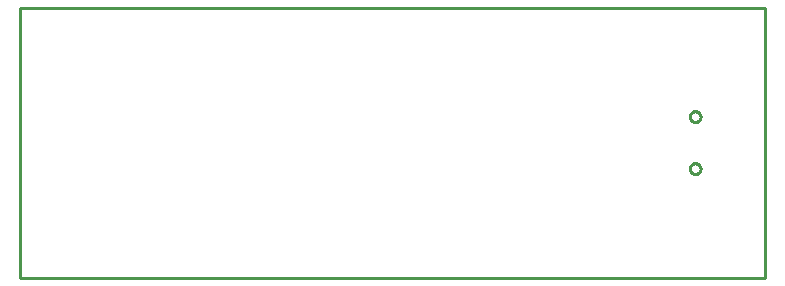
<source format=gbr>
G04 EAGLE Gerber RS-274X export*
G75*
%MOMM*%
%FSLAX34Y34*%
%LPD*%
%IN*%
%IPPOS*%
%AMOC8*
5,1,8,0,0,1.08239X$1,22.5*%
G01*
%ADD10C,0.254000*%


D10*
X0Y0D02*
X630430Y0D01*
X630430Y228500D01*
X0Y228500D01*
X0Y0D01*
X567000Y92595D02*
X567077Y93180D01*
X567230Y93750D01*
X567455Y94295D01*
X567750Y94805D01*
X568109Y95273D01*
X568527Y95691D01*
X568995Y96050D01*
X569505Y96345D01*
X570050Y96570D01*
X570620Y96723D01*
X571205Y96800D01*
X571795Y96800D01*
X572380Y96723D01*
X572950Y96570D01*
X573495Y96345D01*
X574005Y96050D01*
X574473Y95691D01*
X574891Y95273D01*
X575250Y94805D01*
X575545Y94295D01*
X575770Y93750D01*
X575923Y93180D01*
X576000Y92595D01*
X576000Y92005D01*
X575923Y91420D01*
X575770Y90850D01*
X575545Y90305D01*
X575250Y89795D01*
X574891Y89327D01*
X574473Y88909D01*
X574005Y88550D01*
X573495Y88255D01*
X572950Y88030D01*
X572380Y87877D01*
X571795Y87800D01*
X571205Y87800D01*
X570620Y87877D01*
X570050Y88030D01*
X569505Y88255D01*
X568995Y88550D01*
X568527Y88909D01*
X568109Y89327D01*
X567750Y89795D01*
X567455Y90305D01*
X567230Y90850D01*
X567077Y91420D01*
X567000Y92005D01*
X567000Y92595D01*
X567000Y136595D02*
X567077Y137180D01*
X567230Y137750D01*
X567455Y138295D01*
X567750Y138805D01*
X568109Y139273D01*
X568527Y139691D01*
X568995Y140050D01*
X569505Y140345D01*
X570050Y140570D01*
X570620Y140723D01*
X571205Y140800D01*
X571795Y140800D01*
X572380Y140723D01*
X572950Y140570D01*
X573495Y140345D01*
X574005Y140050D01*
X574473Y139691D01*
X574891Y139273D01*
X575250Y138805D01*
X575545Y138295D01*
X575770Y137750D01*
X575923Y137180D01*
X576000Y136595D01*
X576000Y136005D01*
X575923Y135420D01*
X575770Y134850D01*
X575545Y134305D01*
X575250Y133795D01*
X574891Y133327D01*
X574473Y132909D01*
X574005Y132550D01*
X573495Y132255D01*
X572950Y132030D01*
X572380Y131877D01*
X571795Y131800D01*
X571205Y131800D01*
X570620Y131877D01*
X570050Y132030D01*
X569505Y132255D01*
X568995Y132550D01*
X568527Y132909D01*
X568109Y133327D01*
X567750Y133795D01*
X567455Y134305D01*
X567230Y134850D01*
X567077Y135420D01*
X567000Y136005D01*
X567000Y136595D01*
M02*

</source>
